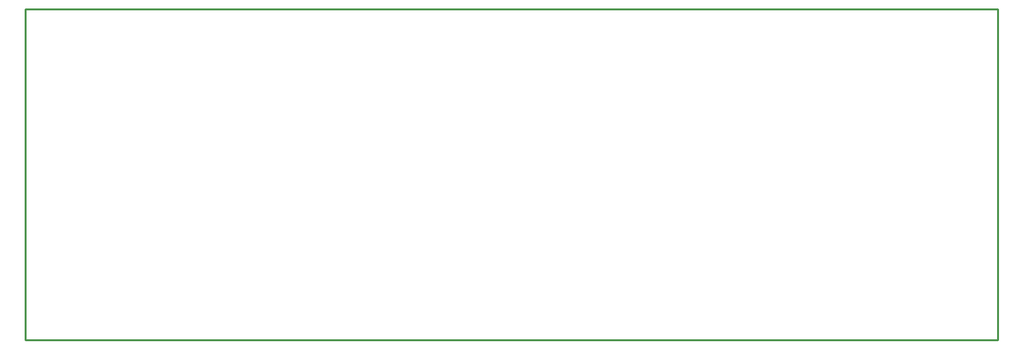
<source format=gko>
*%FSLAX24Y24*%
*%MOIN*%
G01*
%ADD11C,0.0000*%
%ADD12C,0.0050*%
%ADD13C,0.0060*%
%ADD14C,0.0073*%
%ADD15C,0.0080*%
%ADD16C,0.0098*%
%ADD17C,0.0100*%
%ADD18C,0.0120*%
%ADD19C,0.0160*%
%ADD20C,0.0200*%
%ADD21C,0.0200*%
%ADD22C,0.0240*%
%ADD23C,0.0250*%
%ADD24C,0.0300*%
%ADD25C,0.0300*%
%ADD26C,0.0340*%
%ADD27C,0.0380*%
%ADD28C,0.0394*%
%ADD29C,0.0400*%
%ADD30C,0.0400*%
%ADD31C,0.0430*%
%ADD32C,0.0434*%
%ADD33C,0.0440*%
%ADD34C,0.0450*%
%ADD35C,0.0500*%
%ADD36C,0.0500*%
%ADD37C,0.0560*%
%ADD38C,0.0580*%
%ADD39C,0.0600*%
%ADD40C,0.0630*%
%ADD41C,0.0670*%
%ADD42C,0.0750*%
%ADD43C,0.0760*%
%ADD44C,0.0790*%
%ADD45O,0.0800X0.0600*%
%ADD46C,0.0800*%
%ADD47C,0.0800*%
%ADD48C,0.0827*%
%ADD49O,0.0840X0.0640*%
%ADD50C,0.0840*%
%ADD51C,0.0870*%
%ADD52C,0.0900*%
%ADD53C,0.1100*%
%ADD54C,0.1300*%
%ADD55C,0.1500*%
%ADD56C,0.2000*%
%ADD57C,0.2040*%
%ADD58C,0.2300*%
%ADD59C,0.2500*%
%ADD60R,0.0100X0.0100*%
%ADD61R,0.0200X0.0200*%
%ADD62R,0.0300X0.0300*%
%ADD63R,0.0500X0.0400*%
%ADD64R,0.0500X0.0500*%
%ADD65R,0.0500X0.0500*%
%ADD66R,0.0540X0.0440*%
%ADD67R,0.0550X0.0350*%
%ADD68R,0.0600X0.0600*%
%ADD69R,0.0640X0.0640*%
%ADD70R,0.0700X0.0700*%
%ADD71R,0.0700X0.0700*%
%ADD72R,0.0740X0.0740*%
%ADD73R,0.0740X0.1420*%
%ADD74R,0.0750X0.1460*%
%ADD75R,0.0800X0.0800*%
%ADD76R,0.0800X0.1476*%
%ADD77R,0.0840X0.0840*%
%ADD78R,0.0840X0.1516*%
%ADD79R,0.0960X0.0540*%
%ADD80R,0.1000X0.0600*%
%ADD81R,0.1000X0.1000*%
%ADD82R,0.1040X0.0640*%
%ADD83R,0.1040X0.1040*%
%ADD84R,0.1100X0.1100*%
%ADD85R,0.1200X0.1200*%
%ADD86R,0.1200X0.1200*%
%ADD87R,0.1250X0.1250*%
%ADD88R,0.1250X0.2500*%
%ADD89R,0.1290X0.1290*%
%ADD90R,0.1290X0.1290*%
%ADD91R,0.1300X0.0360*%
%ADD92R,0.1350X0.0400*%
%ADD93R,0.1390X0.0440*%
%ADD94R,0.1500X0.1500*%
%ADD95R,0.1700X0.1700*%
%ADD96R,0.1800X0.1800*%
%ADD97R,0.2000X0.0750*%
%ADD98R,0.2000X0.0940*%
%ADD99R,0.2000X0.0950*%
%ADD100R,0.2000X0.1800*%
%ADD101R,0.2000X0.2000*%
%ADD102R,0.2000X0.2000*%
%ADD103R,0.2040X0.0790*%
%ADD104R,0.2040X0.2040*%
%ADD105R,0.2100X0.2100*%
%ADD106R,0.2200X0.2200*%
%ADD107R,0.2400X0.2400*%
%ADD108R,0.2500X0.0150*%
%ADD109R,0.2500X0.1000*%
%ADD110R,0.2500X0.2500*%
D17*
X13960Y9570D02*
Y26570D01*
X63960D02*
Y9570D01*
X13960D01*
Y26570D02*
X63960D01*
D02*
M02*

</source>
